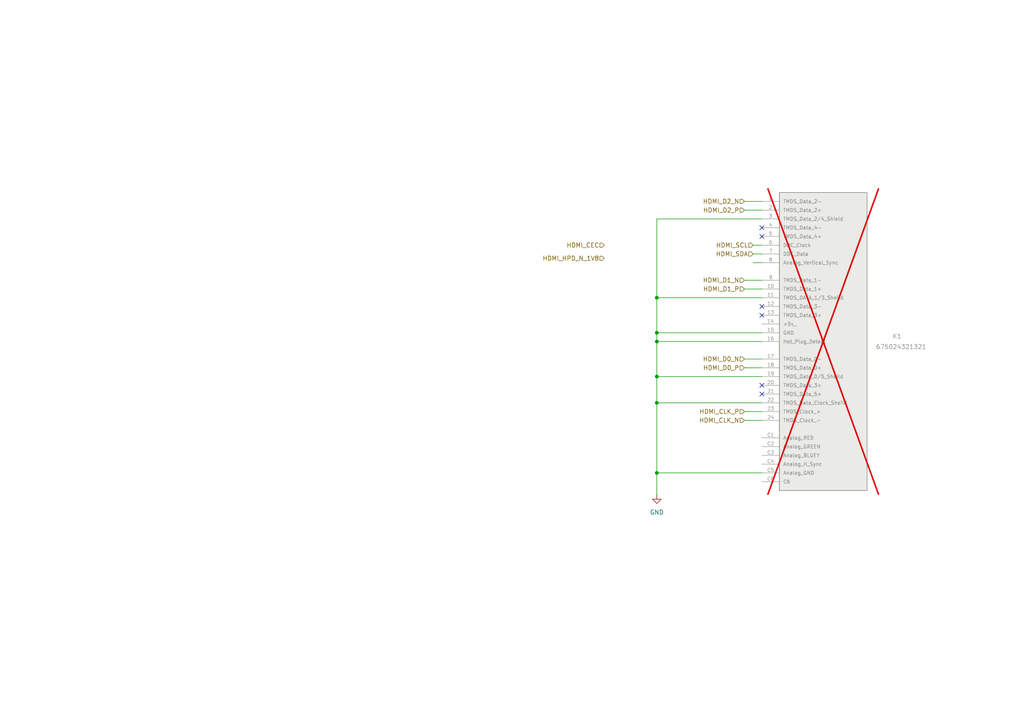
<source format=kicad_sch>
(kicad_sch (version 20231120) (generator "eeschema") (generator_version "8.0")
  (paper "A4")
  (title_block (title "Pi Compute Module 3 Minimum Viable Board") (date "2024-03-28") (rev "1") (company "Designed by: Kuro"))
  (lib_symbols
    (symbol "675024321321:675024321321" (pin_names (offset 1.016))
      (property "Reference" "K" (at 9.906 2.794 0))
      (property "Value" "675024321321" (at 9.398 -0.762 0))
      (symbol "675024321321_0_0"
        (rectangle (start -2.54 35.56) (end 22.86 -50.8) (stroke (width 0.254)) (fill (type background)))
        (pin passive line (at -7.62 33.02 0) (length 5.08) (name "TMDS_Data_2-") (number "1"))
        (pin passive line (at -7.62 7.62 0) (length 5.08) (name "TMDS_Data_1+") (number "10"))
        (pin passive line (at -7.62 5.08 0) (length 5.08) (name "TMDS_DATA_1/3_Sheild") (number "11"))
        (pin passive line (at -7.62 2.54 0) (length 5.08) (name "TMDS_Data_3-") (number "12"))
        (pin passive line (at -7.62 0 0) (length 5.08) (name "TMDS_Data_3+") (number "13"))
        (pin passive line (at -7.62 -2.54 0) (length 5.08) (name "+5v_") (number "14"))
        (pin passive line (at -7.62 -5.08 0) (length 5.08) (name "GND") (number "15"))
        (pin passive line (at -7.62 -7.62 0) (length 5.08) (name "Hot_Plug_Detect") (number "16"))
        (pin passive line (at -7.62 -12.7 0) (length 5.08) (name "TMDS_Data_0-") (number "17"))
        (pin passive line (at -7.62 -15.24 0) (length 5.08) (name "TMDS_Data_0+") (number "18"))
        (pin passive line (at -7.62 -17.78 0) (length 5.08) (name "TMDS_Data_0/5_Sheild") (number "19"))
        (pin passive line (at -7.62 30.48 0) (length 5.08) (name "TMDS_Data_2+") (number "2"))
        (pin passive line (at -7.62 -20.32 0) (length 5.08) (name "TMDS_Data_3+") (number "20"))
        (pin passive line (at -7.62 -22.86 0) (length 5.08) (name "TMDS_Data_5+") (number "21"))
        (pin passive line (at -7.62 -25.4 0) (length 5.08) (name "TMDS_Data_Clock_Sheild") (number "22"))
        (pin passive line (at -7.62 -27.94 0) (length 5.08) (name "TMDS_Clock_+") (number "23"))
        (pin passive line (at -7.62 -30.48 0) (length 5.08) (name "TMDS_Clock_-") (number "24"))
        (pin passive line (at -7.62 27.94 0) (length 5.08) (name "TMDS_Data_2/4_Shield") (number "3"))
        (pin passive line (at -7.62 25.4 0) (length 5.08) (name "TMDS_Data_4-") (number "4"))
        (pin passive line (at -7.62 22.86 0) (length 5.08) (name "TMDS_Data_4+") (number "5"))
        (pin passive line (at -7.62 20.32 0) (length 5.08) (name "DDC_Clock") (number "6"))
        (pin passive line (at -7.62 17.78 0) (length 5.08) (name "DDC_Data") (number "7"))
        (pin passive line (at -7.62 15.24 0) (length 5.08) (name "Analog_Vertical_Sync") (number "8"))
        (pin passive line (at -7.62 10.16 0) (length 5.08) (name "TMDS_Data_1-") (number "9"))
        (pin passive line (at -7.62 -35.56 0) (length 5.08) (name "Analog_RED") (number "C1"))
        (pin passive line (at -7.62 -38.1 0) (length 5.08) (name "Analog_GREEN") (number "C2"))
        (pin passive line (at -7.62 -40.64 0) (length 5.08) (name "Analog_BLUEY") (number "C3"))
        (pin passive line (at -7.62 -43.18 0) (length 5.08) (name "Analog_H_Sync") (number "C4"))
        (pin passive line (at -7.62 -45.72 0) (length 5.08) (name "Analog_GND") (number "C5"))
        (pin passive line (at -7.62 -48.26 0) (length 5.08) (name "C6") (number "C6"))
      )
    )
    (symbol "power:GND" (power) (pin_numbers hide) (pin_names (offset 0) hide)
      (property "Value" "GND" (at 0 -3.81 0))
      (symbol "GND_0_1"
        (polyline (pts (xy 0 0) (xy 0 -1.27) (xy 1.27 -1.27) (xy 0 -2.54) (xy -1.27 -1.27) (xy 0 -1.27)))
      )
      (symbol "GND_1_1"
        (pin power_in line (at 0 0 270) (length 0) (name "~") (number "1"))
      )
    )
  )
  (junction (at 190.5 109.22))
  (junction (at 190.5 99.06))
  (junction (at 190.5 96.52))
  (junction (at 190.5 137.16))
  (junction (at 190.5 86.36))
  (junction (at 190.5 116.84))
  (no_connect (at 220.98 111.76))
  (no_connect (at 220.98 114.3))
  (no_connect (at 220.98 66.04))
  (no_connect (at 220.98 68.58))
  (no_connect (at 220.98 88.9))
  (no_connect (at 220.98 91.44))
  (wire (pts (xy 190.5 86.36) (xy 190.5 63.5)))
  (wire (pts (xy 190.5 137.16) (xy 220.98 137.16)))
  (wire (pts (xy 215.9 58.42) (xy 220.98 58.42)))
  (wire (pts (xy 215.9 121.92) (xy 220.98 121.92)))
  (wire (pts (xy 190.5 63.5) (xy 220.98 63.5)))
  (wire (pts (xy 190.5 116.84) (xy 190.5 137.16)))
  (wire (pts (xy 218.44 71.12) (xy 220.98 71.12)))
  (wire (pts (xy 190.5 86.36) (xy 220.98 86.36)))
  (wire (pts (xy 190.5 96.52) (xy 190.5 86.36)))
  (wire (pts (xy 190.5 96.52) (xy 190.5 99.06)))
  (wire (pts (xy 190.5 109.22) (xy 220.98 109.22)))
  (wire (pts (xy 190.5 99.06) (xy 190.5 109.22)))
  (wire (pts (xy 215.9 104.14) (xy 220.98 104.14)))
  (wire (pts (xy 190.5 109.22) (xy 190.5 116.84)))
  (wire (pts (xy 220.98 96.52) (xy 190.5 96.52)))
  (wire (pts (xy 215.9 83.82) (xy 220.98 83.82)))
  (wire (pts (xy 218.44 76.2) (xy 220.98 76.2)))
  (wire (pts (xy 215.9 60.96) (xy 220.98 60.96)))
  (wire (pts (xy 215.9 106.68) (xy 220.98 106.68)))
  (wire (pts (xy 218.44 73.66) (xy 220.98 73.66)))
  (wire (pts (xy 190.5 116.84) (xy 220.98 116.84)))
  (wire (pts (xy 215.9 119.38) (xy 220.98 119.38)))
  (wire (pts (xy 190.5 99.06) (xy 220.98 99.06)))
  (wire (pts (xy 190.5 137.16) (xy 190.5 143.51)))
  (wire (pts (xy 215.9 81.28) (xy 220.98 81.28)))
  (hierarchical_label "HDMI_CEC" (shape input) (at 175.26 71.12 180))
  (hierarchical_label "HDMI_D1_N" (shape input) (at 215.9 81.28 180))
  (hierarchical_label "HDMI_CLK_P" (shape input) (at 215.9 119.38 180))
  (hierarchical_label "HDMI_D2_N" (shape input) (at 215.9 58.42 180))
  (hierarchical_label "HDMI_HPD_N_1V8" (shape input) (at 175.26 74.93 180))
  (hierarchical_label "HDMI_D0_P" (shape input) (at 215.9 106.68 180))
  (hierarchical_label "HDMI_SCL" (shape input) (at 218.44 71.12 180))
  (hierarchical_label "HDMI_D2_P" (shape input) (at 215.9 60.96 180))
  (hierarchical_label "HDMI_D1_P" (shape input) (at 215.9 83.82 180))
  (hierarchical_label "HDMI_SDA" (shape input) (at 218.44 73.66 180))
  (hierarchical_label "HDMI_D0_N" (shape input) (at 215.9 104.14 180))
  (hierarchical_label "HDMI_CLK_N" (shape input) (at 215.9 121.92 180))
  (symbol (lib_id "power:GND") (at 190.5 143.51 0) (unit 1)
    (property "Reference" "#PWR016" (effects (hide yes)))
    (property "Value" "GND" (at 190.5 148.59 0))
    (property "Description" "Power symbol creates a global label with name \"GND\" , ground" (effects (hide yes)))
  )
  (symbol (lib_id "675024321321:675024321321") (at 228.6 91.44 0) (unit 1) (in_bom no) (dnp yes)
    (property "Reference" "K1" (at 258.826 97.536 0) (effects (justify left)))
    (property "Value" "675024321321" (at 254 100.584 0) (effects (justify left)))
    (property "Footprint" "675024321321:675024321321" (effects (hide yes)))
    (property "MF" "Würth Elektronik" (effects (hide yes)))
    (property "Description_1" "\nDVI-I, Dual Link Receptacle Connector 29 Position Through Hole, Right Angle\n" (effects (hide yes)))
    (property "Package" "None" (effects (hide yes)))
    (property "Price" "None" (effects (hide yes)))
    (property "SnapEDA_Link" "https://www.snapeda.com/parts/675024321321/Wurth+Elektronik/view-part/?ref=snap" (effects (hide yes)))
    (property "MP" "675024321321" (effects (hide yes)))
    (property "Availability" "In Stock" (effects (hide yes)))
    (property "Check_prices" "https://www.snapeda.com/parts/675024321321/Wurth+Elektronik/view-part/?ref=eda" (effects (hide yes)))
  )
)
</source>
